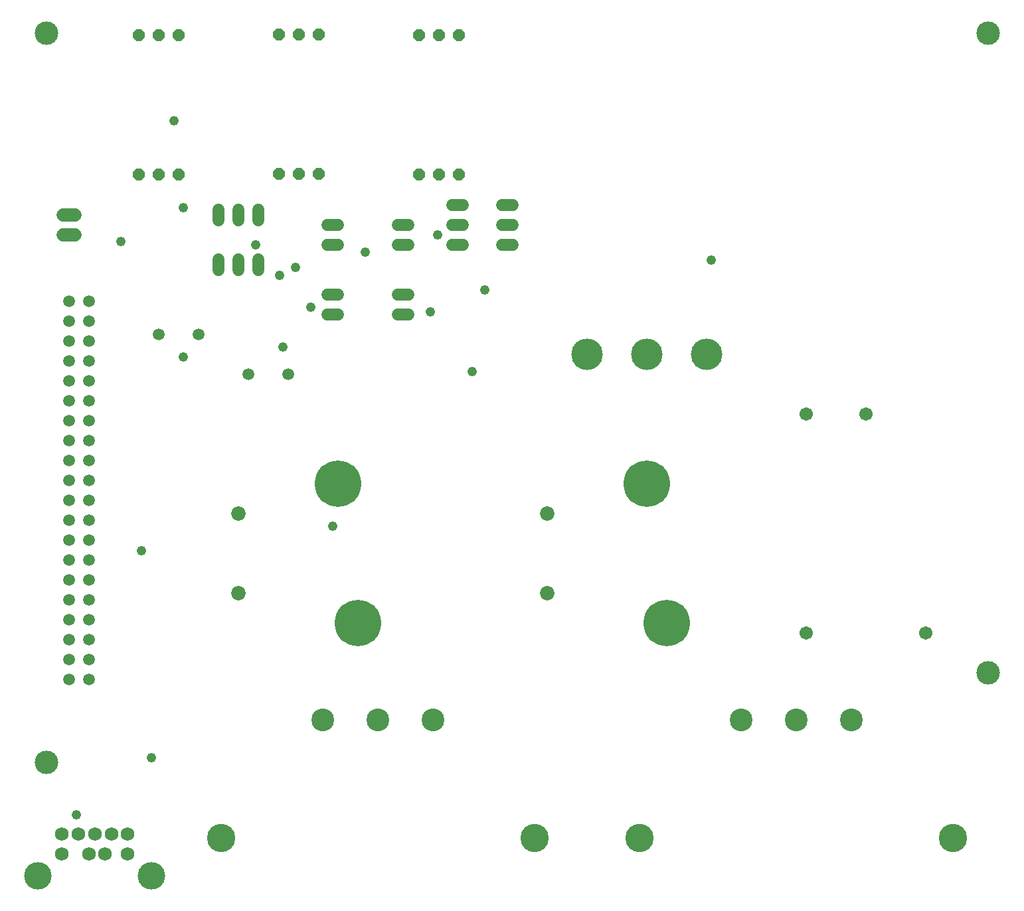
<source format=gbs>
G75*
%MOIN*%
%OFA0B0*%
%FSLAX25Y25*%
%IPPOS*%
%LPD*%
%AMOC8*
5,1,8,0,0,1.08239X$1,22.5*
%
%ADD10C,0.11824*%
%ADD11C,0.06000*%
%ADD12C,0.23300*%
%ADD13C,0.07250*%
%ADD14C,0.05950*%
%ADD15C,0.06737*%
%ADD16C,0.06737*%
%ADD17C,0.13800*%
%ADD18C,0.06800*%
%ADD19C,0.11450*%
%ADD20C,0.14200*%
%ADD21C,0.15800*%
%ADD22OC8,0.05950*%
%ADD23C,0.04800*%
%ADD24C,0.04762*%
D10*
X0030578Y0092465D03*
X0030578Y0458685D03*
X0503019Y0458685D03*
X0503019Y0137465D03*
D11*
X0264398Y0352465D02*
X0259198Y0352465D01*
X0259198Y0362465D02*
X0264398Y0362465D01*
X0264398Y0372465D02*
X0259198Y0372465D01*
X0239398Y0372465D02*
X0234198Y0372465D01*
X0234198Y0362465D02*
X0239398Y0362465D01*
X0239398Y0352465D02*
X0234198Y0352465D01*
X0211998Y0352465D02*
X0206798Y0352465D01*
X0206798Y0362465D02*
X0211998Y0362465D01*
X0176798Y0362465D02*
X0171598Y0362465D01*
X0171598Y0352465D02*
X0176798Y0352465D01*
X0176798Y0327465D02*
X0171598Y0327465D01*
X0171598Y0317465D02*
X0176798Y0317465D01*
X0206798Y0317465D02*
X0211998Y0317465D01*
X0211998Y0327465D02*
X0206798Y0327465D01*
X0136798Y0339865D02*
X0136798Y0345065D01*
X0126798Y0345065D02*
X0126798Y0339865D01*
X0116798Y0339865D02*
X0116798Y0345065D01*
X0116798Y0364865D02*
X0116798Y0370065D01*
X0126798Y0370065D02*
X0126798Y0364865D01*
X0136798Y0364865D02*
X0136798Y0370065D01*
D12*
X0176798Y0232465D03*
X0186798Y0162465D03*
X0331798Y0232465D03*
X0341798Y0162465D03*
D13*
X0281798Y0177465D03*
X0281798Y0217465D03*
X0126798Y0217465D03*
X0126798Y0177465D03*
D14*
X0051798Y0174158D03*
X0041798Y0174158D03*
X0041798Y0184158D03*
X0041798Y0194158D03*
X0041798Y0204158D03*
X0041798Y0214158D03*
X0041798Y0224158D03*
X0041798Y0234158D03*
X0041798Y0244158D03*
X0041798Y0254158D03*
X0041798Y0264158D03*
X0051798Y0264158D03*
X0051798Y0254158D03*
X0051798Y0244158D03*
X0051798Y0234158D03*
X0051798Y0224158D03*
X0051798Y0214158D03*
X0051798Y0204158D03*
X0051798Y0194158D03*
X0051798Y0184158D03*
X0051798Y0164158D03*
X0041798Y0164158D03*
X0041798Y0154158D03*
X0041798Y0144158D03*
X0041798Y0134158D03*
X0051798Y0134158D03*
X0051798Y0144158D03*
X0051798Y0154158D03*
X0051798Y0274158D03*
X0041798Y0274158D03*
X0041798Y0284158D03*
X0041798Y0294158D03*
X0041798Y0304158D03*
X0041798Y0314158D03*
X0041798Y0324158D03*
X0051798Y0324158D03*
X0051798Y0314158D03*
X0051798Y0304158D03*
X0051798Y0294158D03*
X0051798Y0284158D03*
X0086798Y0307465D03*
X0106798Y0307465D03*
X0131798Y0287465D03*
X0151798Y0287465D03*
D15*
X0411798Y0267465D03*
X0441798Y0267465D03*
X0411798Y0157465D03*
X0471798Y0157465D03*
D16*
X0044767Y0357465D02*
X0038830Y0357465D01*
X0038830Y0367465D02*
X0044767Y0367465D01*
D17*
X0026298Y0035606D03*
X0083298Y0035606D03*
D18*
X0071298Y0046606D03*
X0071298Y0056606D03*
X0063048Y0056606D03*
X0054798Y0056606D03*
X0046548Y0056606D03*
X0038298Y0056606D03*
X0038298Y0046606D03*
X0051798Y0046606D03*
X0059798Y0046606D03*
D19*
X0169239Y0113803D03*
X0196798Y0113803D03*
X0224358Y0113803D03*
X0379239Y0113803D03*
X0406798Y0113803D03*
X0434358Y0113803D03*
D20*
X0485539Y0054354D03*
X0328058Y0054354D03*
X0275539Y0054354D03*
X0118058Y0054354D03*
D21*
X0301798Y0297465D03*
X0331798Y0297465D03*
X0361798Y0297465D03*
D22*
X0237444Y0387758D03*
X0227444Y0387758D03*
X0217444Y0387758D03*
X0167118Y0388091D03*
X0157118Y0388091D03*
X0147118Y0388091D03*
X0096791Y0387758D03*
X0086791Y0387758D03*
X0076791Y0387758D03*
X0076791Y0457758D03*
X0086791Y0457758D03*
X0096791Y0457758D03*
X0147118Y0458091D03*
X0157118Y0458091D03*
X0167118Y0458091D03*
X0217444Y0457758D03*
X0227444Y0457758D03*
X0237444Y0457758D03*
D23*
X0226798Y0357465D03*
X0250548Y0329965D03*
X0223048Y0318715D03*
X0244298Y0288715D03*
X0190548Y0348715D03*
X0163048Y0321215D03*
X0155548Y0341215D03*
X0135548Y0352465D03*
X0099298Y0371215D03*
X0149298Y0301215D03*
X0099298Y0296215D03*
X0174298Y0211215D03*
X0078048Y0198715D03*
X0083048Y0094965D03*
X0045548Y0066215D03*
X0364298Y0344965D03*
D24*
X0147452Y0337100D03*
X0067793Y0354098D03*
X0094457Y0414759D03*
M02*

</source>
